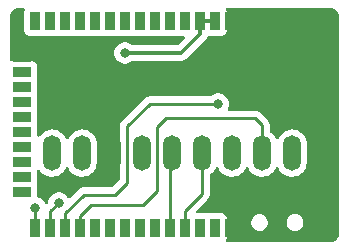
<source format=gbr>
%TF.GenerationSoftware,KiCad,Pcbnew,7.0.2-1.fc38*%
%TF.CreationDate,2023-05-15T15:28:07+02:00*%
%TF.ProjectId,marauder_mini_pcb,6d617261-7564-4657-925f-6d696e695f70,rev?*%
%TF.SameCoordinates,Original*%
%TF.FileFunction,Copper,L1,Top*%
%TF.FilePolarity,Positive*%
%FSLAX46Y46*%
G04 Gerber Fmt 4.6, Leading zero omitted, Abs format (unit mm)*
G04 Created by KiCad (PCBNEW 7.0.2-1.fc38) date 2023-05-15 15:28:07*
%MOMM*%
%LPD*%
G01*
G04 APERTURE LIST*
%TA.AperFunction,SMDPad,CuDef*%
%ADD10R,0.900000X1.500000*%
%TD*%
%TA.AperFunction,SMDPad,CuDef*%
%ADD11R,1.500000X0.900000*%
%TD*%
%TA.AperFunction,ComponentPad*%
%ADD12O,1.500000X3.000000*%
%TD*%
%TA.AperFunction,ViaPad*%
%ADD13C,0.800000*%
%TD*%
%TA.AperFunction,Conductor*%
%ADD14C,0.250000*%
%TD*%
%TA.AperFunction,Conductor*%
%ADD15C,0.300000*%
%TD*%
G04 APERTURE END LIST*
D10*
%TO.P,U1,1,GND*%
%TO.N,GND*%
X58730000Y-41210000D03*
%TO.P,U1,2,VDD*%
%TO.N,Net-(SW1-A)*%
X57460000Y-41210000D03*
%TO.P,U1,3,EN*%
X56190000Y-41210000D03*
%TO.P,U1,4,SENSOR_VP*%
%TO.N,unconnected-(U1-SENSOR_VP-Pad4)*%
X54920000Y-41210000D03*
%TO.P,U1,5,SENSOR_VN*%
%TO.N,unconnected-(U1-SENSOR_VN-Pad5)*%
X53650000Y-41210000D03*
%TO.P,U1,6,IO34*%
%TO.N,unconnected-(U1-IO34-Pad6)*%
X52380000Y-41210000D03*
%TO.P,U1,7,IO35*%
%TO.N,unconnected-(U1-IO35-Pad7)*%
X51110000Y-41210000D03*
%TO.P,U1,8,IO32*%
%TO.N,unconnected-(U1-IO32-Pad8)*%
X49840000Y-41210000D03*
%TO.P,U1,9,IO33*%
%TO.N,unconnected-(U1-IO33-Pad9)*%
X48570000Y-41210000D03*
%TO.P,U1,10,IO25*%
%TO.N,unconnected-(U1-IO25-Pad10)*%
X47300000Y-41210000D03*
%TO.P,U1,11,IO26*%
%TO.N,unconnected-(U1-IO26-Pad11)*%
X46030000Y-41210000D03*
%TO.P,U1,12,IO27*%
%TO.N,unconnected-(U1-IO27-Pad12)*%
X44760000Y-41210000D03*
%TO.P,U1,13,IO14*%
%TO.N,unconnected-(U1-IO14-Pad13)*%
X43490000Y-41210000D03*
%TO.P,U1,14,IO12*%
%TO.N,unconnected-(U1-IO12-Pad14)*%
X42220000Y-41210000D03*
D11*
%TO.P,U1,15,GND*%
%TO.N,GND*%
X41125000Y-44245000D03*
%TO.P,U1,16,IO13*%
%TO.N,unconnected-(U1-IO13-Pad16)*%
X41125000Y-45515000D03*
%TO.P,U1,17,SHD/SD2*%
%TO.N,unconnected-(U1-SHD{slash}SD2-Pad17)*%
X41125000Y-46785000D03*
%TO.P,U1,18,SWP/SD3*%
%TO.N,unconnected-(U1-SWP{slash}SD3-Pad18)*%
X41125000Y-48055000D03*
%TO.P,U1,19,SCS/CMD*%
%TO.N,unconnected-(U1-SCS{slash}CMD-Pad19)*%
X41125000Y-49325000D03*
%TO.P,U1,20,SCK/CLK*%
%TO.N,unconnected-(U1-SCK{slash}CLK-Pad20)*%
X41125000Y-50595000D03*
%TO.P,U1,21,SDO/SD0*%
%TO.N,unconnected-(U1-SDO{slash}SD0-Pad21)*%
X41125000Y-51865000D03*
%TO.P,U1,22,SDI/SD1*%
%TO.N,unconnected-(U1-SDI{slash}SD1-Pad22)*%
X41125000Y-53135000D03*
%TO.P,U1,23,IO15*%
%TO.N,unconnected-(U1-IO15-Pad23)*%
X41125000Y-54405000D03*
%TO.P,U1,24,IO2*%
%TO.N,unconnected-(U1-IO2-Pad24)*%
X41125000Y-55675000D03*
D10*
%TO.P,U1,25,IO0*%
%TO.N,Net-(JP1-A)*%
X42220000Y-58710000D03*
%TO.P,U1,26,IO4*%
%TO.N,Net-(D1-K)*%
X43490000Y-58710000D03*
%TO.P,U1,27,IO16*%
%TO.N,Net-(J1-Pin_4)*%
X44760000Y-58710000D03*
%TO.P,U1,28,IO17*%
%TO.N,Net-(J1-Pin_3)*%
X46030000Y-58710000D03*
%TO.P,U1,29,IO5*%
%TO.N,unconnected-(U1-IO5-Pad29)*%
X47300000Y-58710000D03*
%TO.P,U1,30,IO18*%
%TO.N,unconnected-(U1-IO18-Pad30)*%
X48570000Y-58710000D03*
%TO.P,U1,31,IO19*%
%TO.N,unconnected-(U1-IO19-Pad31)*%
X49840000Y-58710000D03*
%TO.P,U1,32,NC*%
%TO.N,unconnected-(U1-NC-Pad32)*%
X51110000Y-58710000D03*
%TO.P,U1,33,IO21*%
%TO.N,unconnected-(U1-IO21-Pad33)*%
X52380000Y-58710000D03*
%TO.P,U1,34,RXD0/IO3*%
%TO.N,Net-(J1-Pin_6)*%
X53650000Y-58710000D03*
%TO.P,U1,35,TXD0/IO1*%
%TO.N,Net-(J1-Pin_5)*%
X54920000Y-58710000D03*
%TO.P,U1,36,IO22*%
%TO.N,unconnected-(U1-IO22-Pad36)*%
X56190000Y-58710000D03*
%TO.P,U1,37,IO23*%
%TO.N,unconnected-(U1-IO23-Pad37)*%
X57460000Y-58710000D03*
%TO.P,U1,38,GND*%
%TO.N,GND*%
X58730000Y-58710000D03*
%TD*%
D12*
%TO.P,J1,1,Pin_1*%
%TO.N,GND*%
X66500000Y-52375000D03*
%TO.P,J1,2,Pin_2*%
%TO.N,unconnected-(J1-Pin_2-Pad2)*%
X63960000Y-52375000D03*
%TO.P,J1,3,Pin_3*%
%TO.N,Net-(J1-Pin_3)*%
X61420000Y-52375000D03*
%TO.P,J1,4,Pin_4*%
%TO.N,Net-(J1-Pin_4)*%
X58880000Y-52375000D03*
%TO.P,J1,5,Pin_5*%
%TO.N,Net-(J1-Pin_5)*%
X56340000Y-52375000D03*
%TO.P,J1,6,Pin_6*%
%TO.N,Net-(J1-Pin_6)*%
X53800000Y-52375000D03*
%TO.P,J1,7,Pin_7*%
%TO.N,unconnected-(J1-Pin_7-Pad7)*%
X51260000Y-52375000D03*
%TO.P,J1,8,Pin_8*%
%TO.N,GND*%
X48720000Y-52375000D03*
%TO.P,J1,9,Pin_9*%
%TO.N,unconnected-(J1-Pin_9-Pad9)*%
X46180000Y-52375000D03*
%TO.P,J1,10,Pin_10*%
%TO.N,Net-(J1-Pin_10)*%
X43640000Y-52375000D03*
%TD*%
D13*
%TO.N,Net-(D1-K)*%
X44200000Y-56600000D03*
%TO.N,GND*%
X57200000Y-56800000D03*
%TO.N,Net-(J1-Pin_4)*%
X57700000Y-48200000D03*
%TO.N,Net-(JP1-A)*%
X42200000Y-57000000D03*
%TO.N,Net-(SW1-A)*%
X49800000Y-43900000D03*
%TD*%
D14*
%TO.N,Net-(JP1-A)*%
X42200000Y-57000000D02*
X42200000Y-58690000D01*
X42200000Y-58690000D02*
X42220000Y-58710000D01*
%TO.N,Net-(D1-K)*%
X43490000Y-57310000D02*
X43490000Y-58710000D01*
X44200000Y-56600000D02*
X43490000Y-57310000D01*
%TO.N,Net-(J1-Pin_5)*%
X54920000Y-58710000D02*
X54920000Y-57280000D01*
X56340000Y-55860000D02*
X56340000Y-52375000D01*
X54920000Y-57280000D02*
X56340000Y-55860000D01*
%TO.N,Net-(J1-Pin_6)*%
X53650000Y-58710000D02*
X53650000Y-52525000D01*
X53650000Y-52525000D02*
X53800000Y-52375000D01*
%TO.N,Net-(J1-Pin_3)*%
X46940000Y-56800000D02*
X51300000Y-56800000D01*
X52500000Y-55600000D02*
X52500000Y-50200000D01*
X46030000Y-57710000D02*
X46940000Y-56800000D01*
X61420000Y-50020000D02*
X61420000Y-52375000D01*
X52500000Y-50200000D02*
X53300000Y-49400000D01*
X51300000Y-56800000D02*
X52500000Y-55600000D01*
X46030000Y-58710000D02*
X46030000Y-57710000D01*
X60800000Y-49400000D02*
X61420000Y-50020000D01*
X53300000Y-49400000D02*
X60800000Y-49400000D01*
%TO.N,Net-(J1-Pin_4)*%
X50000000Y-50100000D02*
X50000000Y-54900000D01*
X50000000Y-54900000D02*
X49000000Y-55900000D01*
X46325305Y-55900000D02*
X44760000Y-57465305D01*
X44760000Y-57465305D02*
X44760000Y-58710000D01*
X49000000Y-55900000D02*
X46325305Y-55900000D01*
X51900000Y-48200000D02*
X50000000Y-50100000D01*
X57700000Y-48200000D02*
X51900000Y-48200000D01*
D15*
%TO.N,Net-(SW1-A)*%
X49800000Y-43900000D02*
X54550000Y-43900000D01*
X54550000Y-43900000D02*
X56190000Y-42260000D01*
X56190000Y-41210000D02*
X57460000Y-41210000D01*
X56190000Y-42260000D02*
X56190000Y-41210000D01*
%TD*%
%TA.AperFunction,Conductor*%
%TO.N,GND*%
G36*
X41267676Y-40095185D02*
G01*
X41313431Y-40147989D01*
X41323375Y-40217147D01*
X41316821Y-40242826D01*
X41299287Y-40289837D01*
X41275909Y-40352516D01*
X41270040Y-40407109D01*
X41269500Y-40412127D01*
X41269500Y-40415448D01*
X41269500Y-40415449D01*
X41269500Y-42004560D01*
X41269500Y-42004578D01*
X41269501Y-42007872D01*
X41275909Y-42067483D01*
X41326204Y-42202331D01*
X41412454Y-42317546D01*
X41527669Y-42403796D01*
X41662517Y-42454091D01*
X41722127Y-42460500D01*
X42717872Y-42460499D01*
X42777483Y-42454091D01*
X42811664Y-42441341D01*
X42881356Y-42436357D01*
X42898330Y-42441340D01*
X42932517Y-42454091D01*
X42992127Y-42460500D01*
X43987872Y-42460499D01*
X44047483Y-42454091D01*
X44081664Y-42441341D01*
X44151356Y-42436357D01*
X44168330Y-42441340D01*
X44202517Y-42454091D01*
X44262127Y-42460500D01*
X45257872Y-42460499D01*
X45317483Y-42454091D01*
X45351664Y-42441341D01*
X45421356Y-42436357D01*
X45438330Y-42441340D01*
X45472517Y-42454091D01*
X45532127Y-42460500D01*
X46527872Y-42460499D01*
X46587483Y-42454091D01*
X46621664Y-42441341D01*
X46691356Y-42436357D01*
X46708330Y-42441340D01*
X46742517Y-42454091D01*
X46802127Y-42460500D01*
X47797872Y-42460499D01*
X47857483Y-42454091D01*
X47891664Y-42441341D01*
X47961356Y-42436357D01*
X47978330Y-42441340D01*
X48012517Y-42454091D01*
X48072127Y-42460500D01*
X49067872Y-42460499D01*
X49127483Y-42454091D01*
X49161664Y-42441341D01*
X49231356Y-42436357D01*
X49248330Y-42441340D01*
X49282517Y-42454091D01*
X49342127Y-42460500D01*
X50337872Y-42460499D01*
X50397483Y-42454091D01*
X50431664Y-42441341D01*
X50501356Y-42436357D01*
X50518330Y-42441340D01*
X50552517Y-42454091D01*
X50612127Y-42460500D01*
X51607872Y-42460499D01*
X51667483Y-42454091D01*
X51701664Y-42441341D01*
X51771356Y-42436357D01*
X51788330Y-42441340D01*
X51822517Y-42454091D01*
X51882127Y-42460500D01*
X52877872Y-42460499D01*
X52937483Y-42454091D01*
X52971664Y-42441341D01*
X53041356Y-42436357D01*
X53058330Y-42441340D01*
X53092517Y-42454091D01*
X53152127Y-42460500D01*
X54147872Y-42460499D01*
X54207483Y-42454091D01*
X54241664Y-42441341D01*
X54311356Y-42436357D01*
X54328330Y-42441340D01*
X54362517Y-42454091D01*
X54422127Y-42460500D01*
X54770192Y-42460499D01*
X54837230Y-42480183D01*
X54882985Y-42532987D01*
X54892929Y-42602146D01*
X54863904Y-42665701D01*
X54857872Y-42672180D01*
X54316873Y-43213181D01*
X54255550Y-43246666D01*
X54229192Y-43249500D01*
X50476975Y-43249500D01*
X50409936Y-43229815D01*
X50404105Y-43225829D01*
X50252730Y-43115849D01*
X50252729Y-43115848D01*
X50252727Y-43115847D01*
X50079802Y-43038855D01*
X49894648Y-42999500D01*
X49894646Y-42999500D01*
X49705354Y-42999500D01*
X49705352Y-42999500D01*
X49520197Y-43038855D01*
X49347269Y-43115848D01*
X49194129Y-43227110D01*
X49067466Y-43367783D01*
X48972820Y-43531715D01*
X48914326Y-43711742D01*
X48894540Y-43899999D01*
X48914326Y-44088257D01*
X48972820Y-44268284D01*
X49067466Y-44432216D01*
X49194129Y-44572889D01*
X49347269Y-44684151D01*
X49520197Y-44761144D01*
X49705352Y-44800500D01*
X49705354Y-44800500D01*
X49894648Y-44800500D01*
X50018083Y-44774262D01*
X50079803Y-44761144D01*
X50252730Y-44684151D01*
X50404090Y-44574181D01*
X50469896Y-44550702D01*
X50476975Y-44550500D01*
X54464495Y-44550500D01*
X54485704Y-44552841D01*
X54488294Y-44552759D01*
X54488296Y-44552760D01*
X54558262Y-44550560D01*
X54562157Y-44550500D01*
X54587025Y-44550500D01*
X54590925Y-44550500D01*
X54595294Y-44549947D01*
X54606939Y-44549030D01*
X54652569Y-44547597D01*
X54672949Y-44541675D01*
X54691989Y-44537732D01*
X54713058Y-44535071D01*
X54755520Y-44518258D01*
X54766557Y-44514480D01*
X54810398Y-44501744D01*
X54828670Y-44490936D01*
X54846136Y-44482380D01*
X54865871Y-44474568D01*
X54902816Y-44447725D01*
X54912548Y-44441332D01*
X54951865Y-44418081D01*
X54966874Y-44403071D01*
X54981663Y-44390439D01*
X54998837Y-44377963D01*
X55027946Y-44342774D01*
X55035790Y-44334154D01*
X56589513Y-42780431D01*
X56606162Y-42767094D01*
X56607936Y-42765204D01*
X56607940Y-42765202D01*
X56655897Y-42714131D01*
X56658515Y-42711429D01*
X56678911Y-42691035D01*
X56681610Y-42687554D01*
X56689184Y-42678685D01*
X56720448Y-42645393D01*
X56730675Y-42626787D01*
X56741348Y-42610539D01*
X56754362Y-42593764D01*
X56772495Y-42551857D01*
X56777624Y-42541387D01*
X56790119Y-42518661D01*
X56839664Y-42469400D01*
X56907979Y-42454745D01*
X56912020Y-42455112D01*
X56962127Y-42460500D01*
X57957872Y-42460499D01*
X58017483Y-42454091D01*
X58152331Y-42403796D01*
X58267546Y-42317546D01*
X58353796Y-42202331D01*
X58404091Y-42067483D01*
X58410500Y-42007873D01*
X58410499Y-40412128D01*
X58404091Y-40352517D01*
X58363180Y-40242830D01*
X58358197Y-40173142D01*
X58391682Y-40111819D01*
X58453005Y-40078334D01*
X58479363Y-40075500D01*
X67345932Y-40075500D01*
X67398337Y-40087118D01*
X67433843Y-40103675D01*
X67439891Y-40106699D01*
X67519046Y-40149008D01*
X67531710Y-40156786D01*
X67592897Y-40199630D01*
X67600430Y-40205346D01*
X67668455Y-40261172D01*
X67677472Y-40269345D01*
X67730653Y-40322526D01*
X67738826Y-40331543D01*
X67794652Y-40399568D01*
X67800373Y-40407109D01*
X67843209Y-40468286D01*
X67850992Y-40480955D01*
X67893302Y-40560110D01*
X67896322Y-40566151D01*
X67912881Y-40601662D01*
X67924500Y-40654066D01*
X67924500Y-59345932D01*
X67912881Y-59398339D01*
X67896327Y-59433837D01*
X67893304Y-59439884D01*
X67850990Y-59519047D01*
X67843207Y-59531717D01*
X67800373Y-59592890D01*
X67794652Y-59600430D01*
X67738826Y-59668455D01*
X67730653Y-59677472D01*
X67677472Y-59730653D01*
X67668455Y-59738826D01*
X67600430Y-59794652D01*
X67592890Y-59800373D01*
X67531717Y-59843207D01*
X67519047Y-59850990D01*
X67439884Y-59893304D01*
X67433837Y-59896327D01*
X67398339Y-59912881D01*
X67345932Y-59924500D01*
X58435202Y-59924500D01*
X58368163Y-59904815D01*
X58322408Y-59852011D01*
X58312464Y-59782853D01*
X58335933Y-59726191D01*
X58353796Y-59702331D01*
X58404091Y-59567483D01*
X58410500Y-59507873D01*
X58410499Y-58340055D01*
X60499500Y-58340055D01*
X60540209Y-58505224D01*
X60540210Y-58505225D01*
X60619266Y-58655852D01*
X60732071Y-58783183D01*
X60872070Y-58879818D01*
X61031128Y-58940140D01*
X61157628Y-58955500D01*
X61161377Y-58955500D01*
X61238623Y-58955500D01*
X61242372Y-58955500D01*
X61368872Y-58940140D01*
X61527930Y-58879818D01*
X61667929Y-58783183D01*
X61780734Y-58655852D01*
X61859790Y-58505225D01*
X61900500Y-58340056D01*
X61900500Y-58340055D01*
X63499500Y-58340055D01*
X63540209Y-58505224D01*
X63540210Y-58505225D01*
X63619266Y-58655852D01*
X63732071Y-58783183D01*
X63872070Y-58879818D01*
X64031128Y-58940140D01*
X64157628Y-58955500D01*
X64161377Y-58955500D01*
X64238623Y-58955500D01*
X64242372Y-58955500D01*
X64368872Y-58940140D01*
X64527930Y-58879818D01*
X64667929Y-58783183D01*
X64780734Y-58655852D01*
X64859790Y-58505225D01*
X64900500Y-58340056D01*
X64900500Y-58169944D01*
X64859790Y-58004775D01*
X64780734Y-57854148D01*
X64667929Y-57726817D01*
X64667928Y-57726816D01*
X64667927Y-57726815D01*
X64527930Y-57630182D01*
X64368872Y-57569860D01*
X64246092Y-57554951D01*
X64246080Y-57554950D01*
X64242372Y-57554500D01*
X64157628Y-57554500D01*
X64153920Y-57554950D01*
X64153907Y-57554951D01*
X64031127Y-57569860D01*
X63872069Y-57630182D01*
X63732072Y-57726815D01*
X63619265Y-57854149D01*
X63540209Y-58004775D01*
X63499500Y-58169944D01*
X63499500Y-58340055D01*
X61900500Y-58340055D01*
X61900500Y-58169944D01*
X61859790Y-58004775D01*
X61780734Y-57854148D01*
X61667929Y-57726817D01*
X61667928Y-57726816D01*
X61667927Y-57726815D01*
X61527930Y-57630182D01*
X61368872Y-57569860D01*
X61246092Y-57554951D01*
X61246080Y-57554950D01*
X61242372Y-57554500D01*
X61157628Y-57554500D01*
X61153920Y-57554950D01*
X61153907Y-57554951D01*
X61031127Y-57569860D01*
X60872069Y-57630182D01*
X60732072Y-57726815D01*
X60619265Y-57854149D01*
X60540209Y-58004775D01*
X60499500Y-58169944D01*
X60499500Y-58340055D01*
X58410499Y-58340055D01*
X58410499Y-57912128D01*
X58404091Y-57852517D01*
X58353796Y-57717669D01*
X58267546Y-57602454D01*
X58152331Y-57516204D01*
X58017483Y-57465909D01*
X58001485Y-57464189D01*
X57961166Y-57459854D01*
X57961165Y-57459853D01*
X57957873Y-57459500D01*
X57954550Y-57459500D01*
X56965439Y-57459500D01*
X56965420Y-57459500D01*
X56962128Y-57459501D01*
X56958848Y-57459853D01*
X56958840Y-57459854D01*
X56902516Y-57465909D01*
X56868331Y-57478659D01*
X56798639Y-57483642D01*
X56781668Y-57478658D01*
X56747486Y-57465909D01*
X56691166Y-57459854D01*
X56691165Y-57459853D01*
X56687873Y-57459500D01*
X56684551Y-57459500D01*
X55924451Y-57459500D01*
X55857412Y-57439815D01*
X55811657Y-57387011D01*
X55801713Y-57317853D01*
X55830738Y-57254297D01*
X55836756Y-57247833D01*
X56723789Y-56360800D01*
X56739885Y-56347906D01*
X56741873Y-56345787D01*
X56741877Y-56345786D01*
X56787949Y-56296723D01*
X56790534Y-56294055D01*
X56810120Y-56274471D01*
X56812585Y-56271292D01*
X56820167Y-56262416D01*
X56850062Y-56230582D01*
X56859717Y-56213018D01*
X56870394Y-56196764D01*
X56882673Y-56180936D01*
X56900018Y-56140852D01*
X56905160Y-56130356D01*
X56912676Y-56116685D01*
X56926197Y-56092092D01*
X56931179Y-56072684D01*
X56937481Y-56054280D01*
X56945437Y-56035896D01*
X56952269Y-55992752D01*
X56954633Y-55981338D01*
X56965500Y-55939019D01*
X56965500Y-55918982D01*
X56967027Y-55899584D01*
X56970160Y-55879804D01*
X56966050Y-55836324D01*
X56965500Y-55824655D01*
X56965500Y-54282552D01*
X56985185Y-54215513D01*
X57023300Y-54180243D01*
X57022955Y-54179811D01*
X57028839Y-54175117D01*
X57030744Y-54173356D01*
X57031681Y-54172852D01*
X57207666Y-54032508D01*
X57355765Y-53862996D01*
X57471215Y-53669764D01*
X57493308Y-53610897D01*
X57535291Y-53555051D01*
X57600805Y-53530767D01*
X57669047Y-53545758D01*
X57718352Y-53595263D01*
X57721120Y-53600668D01*
X57802170Y-53768972D01*
X57870483Y-53862996D01*
X57934478Y-53951078D01*
X58097175Y-54106632D01*
X58285032Y-54230635D01*
X58492012Y-54319103D01*
X58711463Y-54369191D01*
X58916998Y-54378421D01*
X58936328Y-54379290D01*
X58936328Y-54379289D01*
X58936330Y-54379290D01*
X59159387Y-54349075D01*
X59373464Y-54279517D01*
X59571681Y-54172852D01*
X59747666Y-54032508D01*
X59895765Y-53862996D01*
X60011215Y-53669764D01*
X60033308Y-53610897D01*
X60075291Y-53555051D01*
X60140805Y-53530767D01*
X60209047Y-53545758D01*
X60258352Y-53595263D01*
X60261120Y-53600668D01*
X60342170Y-53768972D01*
X60410483Y-53862996D01*
X60474478Y-53951078D01*
X60637175Y-54106632D01*
X60825032Y-54230635D01*
X61032012Y-54319103D01*
X61251463Y-54369191D01*
X61456998Y-54378421D01*
X61476328Y-54379290D01*
X61476328Y-54379289D01*
X61476330Y-54379290D01*
X61699387Y-54349075D01*
X61913464Y-54279517D01*
X62111681Y-54172852D01*
X62287666Y-54032508D01*
X62435765Y-53862996D01*
X62551215Y-53669764D01*
X62573308Y-53610897D01*
X62615291Y-53555051D01*
X62680805Y-53530767D01*
X62749047Y-53545758D01*
X62798352Y-53595263D01*
X62801120Y-53600668D01*
X62882170Y-53768972D01*
X62950483Y-53862996D01*
X63014478Y-53951078D01*
X63177175Y-54106632D01*
X63365032Y-54230635D01*
X63572012Y-54319103D01*
X63791463Y-54369191D01*
X63996998Y-54378421D01*
X64016328Y-54379290D01*
X64016328Y-54379289D01*
X64016330Y-54379290D01*
X64239387Y-54349075D01*
X64453464Y-54279517D01*
X64651681Y-54172852D01*
X64827666Y-54032508D01*
X64975765Y-53862996D01*
X65091215Y-53669764D01*
X65105061Y-53632873D01*
X65143381Y-53530767D01*
X65170307Y-53459024D01*
X65210500Y-53237547D01*
X65210500Y-51568845D01*
X65195377Y-51400812D01*
X65135493Y-51183830D01*
X65037829Y-50981027D01*
X64905522Y-50798922D01*
X64742825Y-50643368D01*
X64742822Y-50643366D01*
X64742821Y-50643365D01*
X64554968Y-50519365D01*
X64347987Y-50430896D01*
X64128537Y-50380809D01*
X63903671Y-50370709D01*
X63680611Y-50400925D01*
X63466537Y-50470482D01*
X63375698Y-50519365D01*
X63268319Y-50577148D01*
X63268317Y-50577149D01*
X63268318Y-50577149D01*
X63092335Y-50717490D01*
X62944233Y-50887006D01*
X62828784Y-51080236D01*
X62806692Y-51139101D01*
X62764706Y-51194949D01*
X62699192Y-51219232D01*
X62630950Y-51204240D01*
X62581646Y-51154734D01*
X62578879Y-51149331D01*
X62497829Y-50981027D01*
X62365524Y-50798925D01*
X62365522Y-50798922D01*
X62202825Y-50643368D01*
X62202822Y-50643366D01*
X62202820Y-50643364D01*
X62101188Y-50576276D01*
X62056083Y-50522916D01*
X62045500Y-50472790D01*
X62045500Y-50102739D01*
X62047763Y-50082238D01*
X62047473Y-50073018D01*
X62045561Y-50012143D01*
X62045500Y-50008249D01*
X62045500Y-49984544D01*
X62045500Y-49980650D01*
X62044998Y-49976681D01*
X62044080Y-49965024D01*
X62042709Y-49921372D01*
X62037119Y-49902134D01*
X62033174Y-49883082D01*
X62030664Y-49863208D01*
X62024236Y-49846974D01*
X62014578Y-49822581D01*
X62010805Y-49811560D01*
X61998617Y-49769610D01*
X61988421Y-49752369D01*
X61979863Y-49734902D01*
X61972486Y-49716268D01*
X61946798Y-49680912D01*
X61940409Y-49671184D01*
X61918170Y-49633579D01*
X61904006Y-49619415D01*
X61891369Y-49604620D01*
X61879595Y-49588414D01*
X61879594Y-49588413D01*
X61845935Y-49560568D01*
X61837305Y-49552714D01*
X61300802Y-49016211D01*
X61287906Y-49000113D01*
X61236775Y-48952098D01*
X61233978Y-48949387D01*
X61217227Y-48932636D01*
X61214471Y-48929880D01*
X61211290Y-48927412D01*
X61202422Y-48919837D01*
X61170582Y-48889938D01*
X61153024Y-48880285D01*
X61136764Y-48869604D01*
X61120936Y-48857327D01*
X61080851Y-48839980D01*
X61070361Y-48834841D01*
X61032091Y-48813802D01*
X61012691Y-48808821D01*
X60994284Y-48802519D01*
X60975897Y-48794562D01*
X60932758Y-48787729D01*
X60921324Y-48785361D01*
X60879019Y-48774500D01*
X60858984Y-48774500D01*
X60839586Y-48772973D01*
X60832162Y-48771797D01*
X60819805Y-48769840D01*
X60819804Y-48769840D01*
X60786751Y-48772964D01*
X60776325Y-48773950D01*
X60764656Y-48774500D01*
X58622895Y-48774500D01*
X58555856Y-48754815D01*
X58510101Y-48702011D01*
X58500157Y-48632853D01*
X58515507Y-48588501D01*
X58519204Y-48582096D01*
X58527179Y-48568284D01*
X58585674Y-48388256D01*
X58605460Y-48200000D01*
X58585674Y-48011744D01*
X58527179Y-47831716D01*
X58527179Y-47831715D01*
X58432533Y-47667783D01*
X58305870Y-47527110D01*
X58152730Y-47415848D01*
X57979802Y-47338855D01*
X57794648Y-47299500D01*
X57794646Y-47299500D01*
X57605354Y-47299500D01*
X57605352Y-47299500D01*
X57420197Y-47338855D01*
X57247272Y-47415847D01*
X57181912Y-47463334D01*
X57094129Y-47527112D01*
X57088401Y-47533472D01*
X57028916Y-47570121D01*
X56996253Y-47574500D01*
X51982744Y-47574500D01*
X51962236Y-47572235D01*
X51892113Y-47574439D01*
X51888219Y-47574500D01*
X51860650Y-47574500D01*
X51856794Y-47574986D01*
X51856791Y-47574987D01*
X51856735Y-47574994D01*
X51856662Y-47575003D01*
X51845043Y-47575917D01*
X51801372Y-47577289D01*
X51782128Y-47582880D01*
X51763084Y-47586824D01*
X51743208Y-47589335D01*
X51702600Y-47605413D01*
X51691554Y-47609194D01*
X51649610Y-47621382D01*
X51649607Y-47621383D01*
X51632365Y-47631579D01*
X51614904Y-47640133D01*
X51596267Y-47647512D01*
X51560931Y-47673185D01*
X51551174Y-47679595D01*
X51513580Y-47701829D01*
X51499413Y-47715996D01*
X51484624Y-47728626D01*
X51468413Y-47740404D01*
X51440572Y-47774058D01*
X51432711Y-47782697D01*
X49616208Y-49599199D01*
X49600110Y-49612096D01*
X49552096Y-49663225D01*
X49549392Y-49666016D01*
X49532628Y-49682780D01*
X49532621Y-49682787D01*
X49529880Y-49685529D01*
X49527499Y-49688597D01*
X49527490Y-49688608D01*
X49527411Y-49688711D01*
X49519842Y-49697572D01*
X49489935Y-49729420D01*
X49480285Y-49746974D01*
X49469609Y-49763228D01*
X49457326Y-49779063D01*
X49439975Y-49819158D01*
X49434838Y-49829644D01*
X49413802Y-49867907D01*
X49408821Y-49887309D01*
X49402520Y-49905711D01*
X49394561Y-49924102D01*
X49387728Y-49967242D01*
X49385360Y-49978674D01*
X49374500Y-50020977D01*
X49374500Y-50041016D01*
X49372973Y-50060414D01*
X49371892Y-50067242D01*
X49369840Y-50080196D01*
X49373950Y-50123673D01*
X49374500Y-50135343D01*
X49374500Y-54589546D01*
X49354815Y-54656585D01*
X49338181Y-54677227D01*
X48777228Y-55238181D01*
X48715905Y-55271666D01*
X48689547Y-55274500D01*
X46408049Y-55274500D01*
X46387541Y-55272235D01*
X46317418Y-55274439D01*
X46313524Y-55274500D01*
X46285955Y-55274500D01*
X46282099Y-55274986D01*
X46282096Y-55274987D01*
X46282040Y-55274994D01*
X46281967Y-55275003D01*
X46270348Y-55275917D01*
X46226677Y-55277289D01*
X46207433Y-55282880D01*
X46188389Y-55286824D01*
X46168513Y-55289335D01*
X46127905Y-55305413D01*
X46116859Y-55309194D01*
X46074915Y-55321382D01*
X46074912Y-55321383D01*
X46057670Y-55331579D01*
X46040209Y-55340133D01*
X46021572Y-55347512D01*
X45986236Y-55373185D01*
X45976479Y-55379595D01*
X45938885Y-55401829D01*
X45924718Y-55415996D01*
X45909929Y-55428626D01*
X45893718Y-55440404D01*
X45865877Y-55474058D01*
X45858016Y-55482697D01*
X45171395Y-56169318D01*
X45110072Y-56202803D01*
X45040380Y-56197819D01*
X44984447Y-56155947D01*
X44976327Y-56143637D01*
X44932533Y-56067783D01*
X44805870Y-55927110D01*
X44652730Y-55815848D01*
X44479802Y-55738855D01*
X44294648Y-55699500D01*
X44294646Y-55699500D01*
X44105354Y-55699500D01*
X44105352Y-55699500D01*
X43920197Y-55738855D01*
X43747269Y-55815848D01*
X43594129Y-55927110D01*
X43467466Y-56067783D01*
X43372820Y-56231715D01*
X43314326Y-56411742D01*
X43296679Y-56579649D01*
X43270094Y-56644263D01*
X43261039Y-56654368D01*
X43233168Y-56682239D01*
X43171845Y-56715724D01*
X43102153Y-56710740D01*
X43046220Y-56668868D01*
X43027555Y-56632874D01*
X43027179Y-56631716D01*
X42990852Y-56568796D01*
X42932533Y-56467783D01*
X42805870Y-56327110D01*
X42652732Y-56215849D01*
X42537445Y-56164520D01*
X42479803Y-56138856D01*
X42473713Y-56137561D01*
X42412233Y-56104367D01*
X42378458Y-56043203D01*
X42375499Y-56016281D01*
X42375499Y-55177128D01*
X42369091Y-55117517D01*
X42356340Y-55083332D01*
X42351357Y-55013642D01*
X42356342Y-54996665D01*
X42369090Y-54962485D01*
X42369089Y-54962485D01*
X42369091Y-54962483D01*
X42375500Y-54902873D01*
X42375499Y-53907128D01*
X42375145Y-53903838D01*
X42374967Y-53900509D01*
X42375378Y-53905619D01*
X42387748Y-53837003D01*
X42435351Y-53785858D01*
X42503048Y-53768569D01*
X42569345Y-53790624D01*
X42598958Y-53819606D01*
X42630480Y-53862993D01*
X42694478Y-53951078D01*
X42857175Y-54106632D01*
X43045032Y-54230635D01*
X43252012Y-54319103D01*
X43471463Y-54369191D01*
X43676998Y-54378421D01*
X43696328Y-54379290D01*
X43696328Y-54379289D01*
X43696330Y-54379290D01*
X43919387Y-54349075D01*
X44133464Y-54279517D01*
X44331681Y-54172852D01*
X44507666Y-54032508D01*
X44655765Y-53862996D01*
X44771215Y-53669764D01*
X44793308Y-53610897D01*
X44835291Y-53555051D01*
X44900805Y-53530767D01*
X44969047Y-53545758D01*
X45018352Y-53595263D01*
X45021120Y-53600668D01*
X45102170Y-53768972D01*
X45170483Y-53862996D01*
X45234478Y-53951078D01*
X45397175Y-54106632D01*
X45585032Y-54230635D01*
X45792012Y-54319103D01*
X46011463Y-54369191D01*
X46216998Y-54378421D01*
X46236328Y-54379290D01*
X46236328Y-54379289D01*
X46236330Y-54379290D01*
X46459387Y-54349075D01*
X46673464Y-54279517D01*
X46871681Y-54172852D01*
X47047666Y-54032508D01*
X47195765Y-53862996D01*
X47311215Y-53669764D01*
X47325061Y-53632873D01*
X47363381Y-53530767D01*
X47390307Y-53459024D01*
X47430500Y-53237547D01*
X47430500Y-51568845D01*
X47415377Y-51400812D01*
X47355493Y-51183830D01*
X47257829Y-50981027D01*
X47125522Y-50798922D01*
X46962825Y-50643368D01*
X46962822Y-50643366D01*
X46962821Y-50643365D01*
X46774968Y-50519365D01*
X46567987Y-50430896D01*
X46348537Y-50380809D01*
X46123671Y-50370709D01*
X45900611Y-50400925D01*
X45686537Y-50470482D01*
X45595698Y-50519365D01*
X45488319Y-50577148D01*
X45488317Y-50577149D01*
X45488318Y-50577149D01*
X45312335Y-50717490D01*
X45164233Y-50887006D01*
X45048784Y-51080236D01*
X45026692Y-51139101D01*
X44984706Y-51194949D01*
X44919192Y-51219232D01*
X44850950Y-51204240D01*
X44801646Y-51154734D01*
X44798879Y-51149331D01*
X44717829Y-50981027D01*
X44585524Y-50798925D01*
X44585522Y-50798922D01*
X44422825Y-50643368D01*
X44422822Y-50643366D01*
X44422821Y-50643365D01*
X44234968Y-50519365D01*
X44027987Y-50430896D01*
X43808537Y-50380809D01*
X43583671Y-50370709D01*
X43360611Y-50400925D01*
X43146537Y-50470482D01*
X43055698Y-50519365D01*
X42948319Y-50577148D01*
X42948317Y-50577149D01*
X42948318Y-50577149D01*
X42772335Y-50717490D01*
X42624233Y-50887006D01*
X42605946Y-50917613D01*
X42554662Y-50965066D01*
X42485865Y-50977260D01*
X42421396Y-50950324D01*
X42381725Y-50892809D01*
X42375499Y-50854016D01*
X42375499Y-50097128D01*
X42369091Y-50037517D01*
X42356340Y-50003332D01*
X42351357Y-49933642D01*
X42356342Y-49916665D01*
X42359223Y-49908939D01*
X42369091Y-49882483D01*
X42375500Y-49822873D01*
X42375499Y-48827128D01*
X42369091Y-48767517D01*
X42356340Y-48733332D01*
X42351357Y-48663642D01*
X42356342Y-48646665D01*
X42369090Y-48612485D01*
X42369089Y-48612485D01*
X42369091Y-48612483D01*
X42375500Y-48552873D01*
X42375499Y-47557128D01*
X42369091Y-47497517D01*
X42356340Y-47463332D01*
X42351357Y-47393642D01*
X42356342Y-47376665D01*
X42369090Y-47342485D01*
X42369089Y-47342485D01*
X42369091Y-47342483D01*
X42375500Y-47282873D01*
X42375499Y-46287128D01*
X42369091Y-46227517D01*
X42356340Y-46193332D01*
X42351357Y-46123642D01*
X42356342Y-46106665D01*
X42369090Y-46072485D01*
X42369089Y-46072485D01*
X42369091Y-46072483D01*
X42375500Y-46012873D01*
X42375499Y-45017128D01*
X42369091Y-44957517D01*
X42318796Y-44822669D01*
X42232546Y-44707454D01*
X42117331Y-44621204D01*
X41982483Y-44570909D01*
X41922873Y-44564500D01*
X41919550Y-44564500D01*
X40330439Y-44564500D01*
X40330420Y-44564500D01*
X40327128Y-44564501D01*
X40323848Y-44564853D01*
X40323840Y-44564854D01*
X40267513Y-44570909D01*
X40242832Y-44580115D01*
X40173140Y-44585099D01*
X40111818Y-44551613D01*
X40078333Y-44490290D01*
X40075500Y-44463933D01*
X40075500Y-40654067D01*
X40087117Y-40601665D01*
X40099292Y-40575555D01*
X40103690Y-40566121D01*
X40106670Y-40560160D01*
X40149013Y-40480942D01*
X40156789Y-40468286D01*
X40199639Y-40407089D01*
X40205330Y-40399587D01*
X40261191Y-40331521D01*
X40269325Y-40322547D01*
X40322547Y-40269325D01*
X40331521Y-40261191D01*
X40399587Y-40205330D01*
X40407076Y-40199649D01*
X40468304Y-40156776D01*
X40480936Y-40149016D01*
X40560161Y-40106670D01*
X40566099Y-40103701D01*
X40601668Y-40087115D01*
X40654067Y-40075500D01*
X41200637Y-40075500D01*
X41267676Y-40095185D01*
G37*
%TD.AperFunction*%
%TD*%
M02*

</source>
